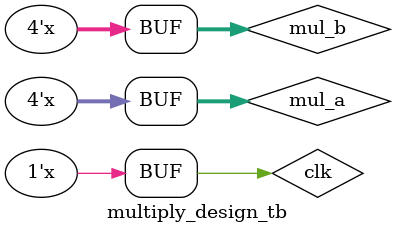
<source format=v>
`timescale 1ns / 1ps

module multiply_design_tb;

  // Parameters
  localparam  M = 4;
  localparam  N = 4;

  //Ports
  reg  clk;
  reg  rst;
  reg [M-1:0] mul_a;
  reg [N-1:0] mul_b;
  wire [M+N-1:0] res;
  wire isOut;

  initial begin
    clk=0;
    rst=0;
    mul_a=7;
    mul_b=15;
    #10;
    rst=1;
  end
  always @(*) begin
    if (isOut==1) begin
        #5;
        rst=0;
        mul_a=mul_a+3;
        mul_b=mul_b-2;
        #10;
        rst=1;
    end
  end
  multiply_design # (
                    .M(M),
                    .N(N)
                  )
                  multiply_design_inst (
                    .clk(clk),
                    .rst(rst),
                    .mul_a(mul_a),
                    .mul_b(mul_b),
                    .res(res),
                    .isOut(isOut)
                  );
  always #5 clk=~clk;
endmodule

</source>
